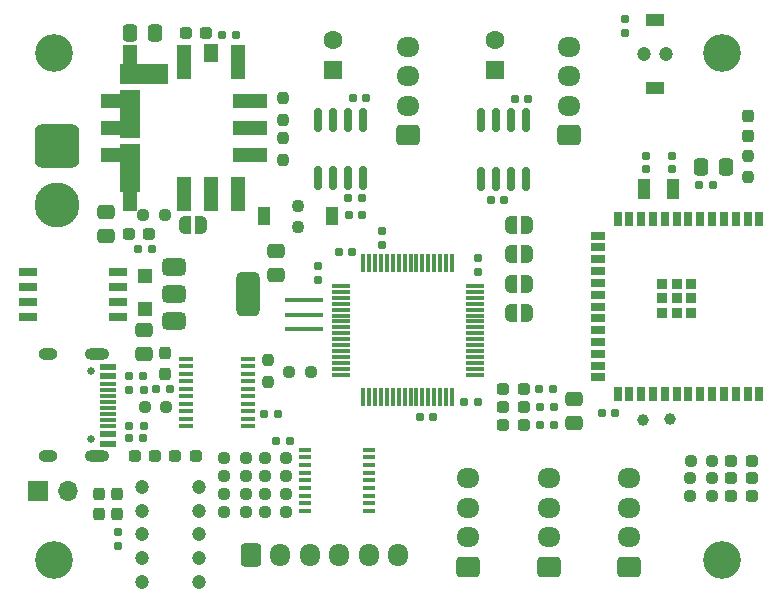
<source format=gbr>
%TF.GenerationSoftware,KiCad,Pcbnew,9.0.0*%
%TF.CreationDate,2025-03-30T21:06:10+09:00*%
%TF.ProjectId,GN10Mainboard,474e3130-4d61-4696-9e62-6f6172642e6b,rev?*%
%TF.SameCoordinates,Original*%
%TF.FileFunction,Soldermask,Top*%
%TF.FilePolarity,Negative*%
%FSLAX46Y46*%
G04 Gerber Fmt 4.6, Leading zero omitted, Abs format (unit mm)*
G04 Created by KiCad (PCBNEW 9.0.0) date 2025-03-30 21:06:10*
%MOMM*%
%LPD*%
G01*
G04 APERTURE LIST*
G04 Aperture macros list*
%AMRoundRect*
0 Rectangle with rounded corners*
0 $1 Rounding radius*
0 $2 $3 $4 $5 $6 $7 $8 $9 X,Y pos of 4 corners*
0 Add a 4 corners polygon primitive as box body*
4,1,4,$2,$3,$4,$5,$6,$7,$8,$9,$2,$3,0*
0 Add four circle primitives for the rounded corners*
1,1,$1+$1,$2,$3*
1,1,$1+$1,$4,$5*
1,1,$1+$1,$6,$7*
1,1,$1+$1,$8,$9*
0 Add four rect primitives between the rounded corners*
20,1,$1+$1,$2,$3,$4,$5,0*
20,1,$1+$1,$4,$5,$6,$7,0*
20,1,$1+$1,$6,$7,$8,$9,0*
20,1,$1+$1,$8,$9,$2,$3,0*%
%AMFreePoly0*
4,1,23,0.500000,-0.750000,0.000000,-0.750000,0.000000,-0.745722,-0.065263,-0.745722,-0.191342,-0.711940,-0.304381,-0.646677,-0.396677,-0.554381,-0.461940,-0.441342,-0.495722,-0.315263,-0.495722,-0.250000,-0.500000,-0.250000,-0.500000,0.250000,-0.495722,0.250000,-0.495722,0.315263,-0.461940,0.441342,-0.396677,0.554381,-0.304381,0.646677,-0.191342,0.711940,-0.065263,0.745722,0.000000,0.745722,
0.000000,0.750000,0.500000,0.750000,0.500000,-0.750000,0.500000,-0.750000,$1*%
%AMFreePoly1*
4,1,23,0.000000,0.745722,0.065263,0.745722,0.191342,0.711940,0.304381,0.646677,0.396677,0.554381,0.461940,0.441342,0.495722,0.315263,0.495722,0.250000,0.500000,0.250000,0.500000,-0.250000,0.495722,-0.250000,0.495722,-0.315263,0.461940,-0.441342,0.396677,-0.554381,0.304381,-0.646677,0.191342,-0.711940,0.065263,-0.745722,0.000000,-0.745722,0.000000,-0.750000,-0.500000,-0.750000,
-0.500000,0.750000,0.000000,0.750000,0.000000,0.745722,0.000000,0.745722,$1*%
G04 Aperture macros list end*
%ADD10RoundRect,0.237500X-0.250000X-0.237500X0.250000X-0.237500X0.250000X0.237500X-0.250000X0.237500X0*%
%ADD11RoundRect,0.237500X-0.287500X-0.237500X0.287500X-0.237500X0.287500X0.237500X-0.287500X0.237500X0*%
%ADD12RoundRect,0.237500X0.250000X0.237500X-0.250000X0.237500X-0.250000X-0.237500X0.250000X-0.237500X0*%
%ADD13RoundRect,0.250000X0.725000X-0.600000X0.725000X0.600000X-0.725000X0.600000X-0.725000X-0.600000X0*%
%ADD14O,1.950000X1.700000*%
%ADD15RoundRect,0.155000X-0.212500X-0.155000X0.212500X-0.155000X0.212500X0.155000X-0.212500X0.155000X0*%
%ADD16C,3.200000*%
%ADD17RoundRect,0.155000X0.212500X0.155000X-0.212500X0.155000X-0.212500X-0.155000X0.212500X-0.155000X0*%
%ADD18R,1.600000X1.600000*%
%ADD19C,1.600000*%
%ADD20C,1.200000*%
%ADD21R,1.600000X1.050000*%
%ADD22RoundRect,0.237500X0.287500X0.237500X-0.287500X0.237500X-0.287500X-0.237500X0.287500X-0.237500X0*%
%ADD23R,0.700000X1.300000*%
%ADD24R,1.300000X0.700000*%
%ADD25R,0.900000X0.900000*%
%ADD26RoundRect,0.150000X0.150000X-0.825000X0.150000X0.825000X-0.150000X0.825000X-0.150000X-0.825000X0*%
%ADD27RoundRect,0.160000X-0.160000X0.197500X-0.160000X-0.197500X0.160000X-0.197500X0.160000X0.197500X0*%
%ADD28RoundRect,0.237500X-0.237500X0.300000X-0.237500X-0.300000X0.237500X-0.300000X0.237500X0.300000X0*%
%ADD29RoundRect,0.237500X0.237500X-0.287500X0.237500X0.287500X-0.237500X0.287500X-0.237500X-0.287500X0*%
%ADD30FreePoly0,0.000000*%
%ADD31FreePoly1,0.000000*%
%ADD32RoundRect,0.250000X0.475000X-0.337500X0.475000X0.337500X-0.475000X0.337500X-0.475000X-0.337500X0*%
%ADD33RoundRect,0.160000X-0.197500X-0.160000X0.197500X-0.160000X0.197500X0.160000X-0.197500X0.160000X0*%
%ADD34R,1.700000X1.700000*%
%ADD35O,1.700000X1.700000*%
%ADD36RoundRect,0.155000X0.155000X-0.212500X0.155000X0.212500X-0.155000X0.212500X-0.155000X-0.212500X0*%
%ADD37RoundRect,0.250000X-0.475000X0.337500X-0.475000X-0.337500X0.475000X-0.337500X0.475000X0.337500X0*%
%ADD38C,0.650000*%
%ADD39R,1.450000X0.600000*%
%ADD40R,1.450000X0.300000*%
%ADD41O,2.100000X1.000000*%
%ADD42O,1.600000X1.000000*%
%ADD43FreePoly0,180.000000*%
%ADD44FreePoly1,180.000000*%
%ADD45R,1.200000X1.200000*%
%ADD46C,1.000000*%
%ADD47C,1.100000*%
%ADD48R,1.050000X1.600000*%
%ADD49RoundRect,0.250000X-0.337500X-0.475000X0.337500X-0.475000X0.337500X0.475000X-0.337500X0.475000X0*%
%ADD50R,1.000000X1.800000*%
%ADD51RoundRect,0.160000X0.160000X-0.197500X0.160000X0.197500X-0.160000X0.197500X-0.160000X-0.197500X0*%
%ADD52RoundRect,0.237500X-0.237500X0.250000X-0.237500X-0.250000X0.237500X-0.250000X0.237500X0.250000X0*%
%ADD53R,3.200000X0.400000*%
%ADD54RoundRect,0.237500X0.237500X-0.300000X0.237500X0.300000X-0.237500X0.300000X-0.237500X-0.300000X0*%
%ADD55RoundRect,0.160000X0.197500X0.160000X-0.197500X0.160000X-0.197500X-0.160000X0.197500X-0.160000X0*%
%ADD56RoundRect,0.375000X-0.625000X-0.375000X0.625000X-0.375000X0.625000X0.375000X-0.625000X0.375000X0*%
%ADD57RoundRect,0.500000X-0.500000X-1.400000X0.500000X-1.400000X0.500000X1.400000X-0.500000X1.400000X0*%
%ADD58R,1.000000X0.400000*%
%ADD59RoundRect,0.760000X-1.140000X1.140000X-1.140000X-1.140000X1.140000X-1.140000X1.140000X1.140000X0*%
%ADD60C,3.800000*%
%ADD61RoundRect,0.237500X0.237500X-0.250000X0.237500X0.250000X-0.237500X0.250000X-0.237500X-0.250000X0*%
%ADD62R,1.200000X3.000000*%
%ADD63R,1.770000X4.070000*%
%ADD64R,3.000000X1.200000*%
%ADD65R,4.070000X1.770000*%
%ADD66R,1.200000X1.500000*%
%ADD67R,1.200000X0.400000*%
%ADD68R,1.600000X0.760000*%
%ADD69RoundRect,0.250000X-0.600000X-0.725000X0.600000X-0.725000X0.600000X0.725000X-0.600000X0.725000X0*%
%ADD70O,1.700000X1.950000*%
%ADD71RoundRect,0.155000X-0.155000X0.212500X-0.155000X-0.212500X0.155000X-0.212500X0.155000X0.212500X0*%
%ADD72RoundRect,0.075000X-0.700000X-0.075000X0.700000X-0.075000X0.700000X0.075000X-0.700000X0.075000X0*%
%ADD73RoundRect,0.075000X-0.075000X-0.700000X0.075000X-0.700000X0.075000X0.700000X-0.075000X0.700000X0*%
G04 APERTURE END LIST*
D10*
%TO.C,R25*%
X141152500Y-133490000D03*
X142977500Y-133490000D03*
%TD*%
D11*
%TO.C,D9*%
X190821600Y-141008400D03*
X192571600Y-141008400D03*
%TD*%
D12*
%TO.C,R13*%
X153137500Y-140856000D03*
X151312500Y-140856000D03*
%TD*%
D13*
%TO.C,J8*%
X182180000Y-147019000D03*
D14*
X182180000Y-144519000D03*
X182180000Y-142019000D03*
X182180000Y-139519000D03*
%TD*%
D15*
%TO.C,C21*%
X139846500Y-136157000D03*
X140981500Y-136157000D03*
%TD*%
D16*
%TO.C,REF\u002A\u002A*%
X133500000Y-103500000D03*
%TD*%
D10*
%TO.C,R1*%
X141025500Y-117234000D03*
X142850500Y-117234000D03*
%TD*%
D17*
%TO.C,C31*%
X171588500Y-115964000D03*
X170453500Y-115964000D03*
%TD*%
D18*
%TO.C,C29*%
X157051000Y-104954380D03*
D19*
X157051000Y-102454380D03*
%TD*%
D15*
%TO.C,C25*%
X151276500Y-134125000D03*
X152411500Y-134125000D03*
%TD*%
D20*
%TO.C,SW3*%
X185245000Y-103645000D03*
X183445000Y-103645000D03*
D21*
X184345000Y-100770000D03*
X184345000Y-106520000D03*
%TD*%
D17*
%TO.C,C30*%
X173620500Y-107455000D03*
X172485500Y-107455000D03*
%TD*%
D22*
%TO.C,D12*%
X142051000Y-137681000D03*
X140301000Y-137681000D03*
%TD*%
%TO.C,D13*%
X145480000Y-137681000D03*
X143730000Y-137681000D03*
%TD*%
D23*
%TO.C,U6*%
X193182000Y-117600000D03*
X192182000Y-117600000D03*
X191182000Y-117600000D03*
X190182000Y-117600000D03*
X189182000Y-117600000D03*
X188182000Y-117600000D03*
X187182000Y-117600000D03*
X186182000Y-117600000D03*
X185182000Y-117600000D03*
X184182000Y-117600000D03*
X183182000Y-117600000D03*
X182182000Y-117600000D03*
X181182000Y-117600000D03*
D24*
X179532000Y-119000000D03*
X179532000Y-120000000D03*
X179532000Y-121000000D03*
X179532000Y-122000000D03*
X179532000Y-123000000D03*
X179532000Y-124000000D03*
X179532000Y-125000000D03*
X179532000Y-126000000D03*
X179532000Y-127000000D03*
X179532000Y-128000000D03*
X179532000Y-129000000D03*
X179532000Y-130000000D03*
X179532000Y-131000000D03*
D23*
X181182000Y-132400000D03*
X182182000Y-132400000D03*
X183182000Y-132400000D03*
X184182000Y-132400000D03*
X185182000Y-132400000D03*
X186182000Y-132400000D03*
X187182000Y-132400000D03*
X188182000Y-132400000D03*
X189182000Y-132400000D03*
X190182000Y-132400000D03*
X191182000Y-132400000D03*
X192182000Y-132400000D03*
X193182000Y-132400000D03*
D25*
X187382000Y-123120000D03*
X186182000Y-123120000D03*
X184982000Y-123120000D03*
X187382000Y-124320000D03*
X186182000Y-124320000D03*
X184982000Y-124320000D03*
X187382000Y-125520000D03*
X186182000Y-125520000D03*
X184982000Y-125520000D03*
%TD*%
D12*
%TO.C,C11*%
X155193000Y-130569000D03*
X153368000Y-130569000D03*
%TD*%
D26*
%TO.C,U8*%
X155781000Y-114121000D03*
X157051000Y-114121000D03*
X158321000Y-114121000D03*
X159591000Y-114121000D03*
X159591000Y-109171000D03*
X158321000Y-109171000D03*
X157051000Y-109171000D03*
X155781000Y-109171000D03*
%TD*%
D11*
%TO.C,D11*%
X190823500Y-139535200D03*
X192573500Y-139535200D03*
%TD*%
D27*
%TO.C,R5*%
X138890000Y-144068500D03*
X138890000Y-145263500D03*
%TD*%
D13*
%TO.C,J5*%
X177100000Y-110510000D03*
D14*
X177100000Y-108010000D03*
X177100000Y-105510000D03*
X177100000Y-103010000D03*
%TD*%
D28*
%TO.C,C22*%
X137239000Y-140882500D03*
X137239000Y-142607500D03*
%TD*%
D29*
%TO.C,D3*%
X138839200Y-142606000D03*
X138839200Y-140856000D03*
%TD*%
D30*
%TO.C,JP4*%
X172199800Y-125590600D03*
D31*
X173499800Y-125590600D03*
%TD*%
D17*
%TO.C,C18*%
X180986500Y-133998000D03*
X179851500Y-133998000D03*
%TD*%
D32*
%TO.C,C4*%
X152225000Y-122335500D03*
X152225000Y-120260500D03*
%TD*%
D33*
%TO.C,R23*%
X139854000Y-132093000D03*
X141049000Y-132093000D03*
%TD*%
D34*
%TO.C,J2*%
X132075000Y-140589000D03*
D35*
X134615000Y-140589000D03*
%TD*%
D17*
%TO.C,C10*%
X165552000Y-134379000D03*
X164417000Y-134379000D03*
%TD*%
D36*
%TO.C,C6*%
X155781000Y-122720400D03*
X155781000Y-121585400D03*
%TD*%
D37*
%TO.C,C3*%
X141099800Y-126966100D03*
X141099800Y-129041100D03*
%TD*%
D11*
%TO.C,D10*%
X190823500Y-138062000D03*
X192573500Y-138062000D03*
%TD*%
D38*
%TO.C,J3*%
X136585000Y-130460000D03*
X136585000Y-136240000D03*
D39*
X138030000Y-130100000D03*
X138030000Y-130900000D03*
D40*
X138030000Y-132100000D03*
X138030000Y-133100000D03*
X138030000Y-133600000D03*
X138030000Y-134600000D03*
D39*
X138030000Y-135800000D03*
X138030000Y-136600000D03*
X138030000Y-136600000D03*
X138030000Y-135800000D03*
D40*
X138030000Y-135100000D03*
X138030000Y-134100000D03*
X138030000Y-132600000D03*
X138030000Y-131600000D03*
D39*
X138030000Y-130900000D03*
X138030000Y-130100000D03*
D41*
X137115000Y-129030000D03*
D42*
X132935000Y-129030000D03*
D41*
X137115000Y-137670000D03*
D42*
X132935000Y-137670000D03*
%TD*%
D36*
%TO.C,C17*%
X183594000Y-113356500D03*
X183594000Y-112221500D03*
%TD*%
D17*
%TO.C,C23*%
X143267500Y-131966000D03*
X142132500Y-131966000D03*
%TD*%
D43*
%TO.C,JP5*%
X173499800Y-123076000D03*
D44*
X172199800Y-123076000D03*
%TD*%
D37*
%TO.C,C1*%
X137874000Y-116958500D03*
X137874000Y-119033500D03*
%TD*%
D17*
%TO.C,C12*%
X153427500Y-136411000D03*
X152292500Y-136411000D03*
%TD*%
D45*
%TO.C,D1*%
X141176000Y-125225000D03*
X141176000Y-122425000D03*
%TD*%
D12*
%TO.C,R11*%
X153137500Y-142380000D03*
X151312500Y-142380000D03*
%TD*%
D18*
%TO.C,C32*%
X170767000Y-104954380D03*
D19*
X170767000Y-102454380D03*
%TD*%
D13*
%TO.C,J4*%
X163401000Y-110510000D03*
D14*
X163401000Y-108010000D03*
X163401000Y-105510000D03*
X163401000Y-103010000D03*
%TD*%
D46*
%TO.C,TP2*%
X183365400Y-134582200D03*
%TD*%
D15*
%TO.C,C20*%
X139846500Y-130899200D03*
X140981500Y-130899200D03*
%TD*%
D12*
%TO.C,R22*%
X189180100Y-139535200D03*
X187355100Y-139535200D03*
%TD*%
D47*
%TO.C,SW1*%
X154130000Y-118261000D03*
X154130000Y-116461000D03*
D48*
X157005000Y-117361000D03*
X151255000Y-117361000D03*
%TD*%
D43*
%TO.C,JP3*%
X173497000Y-120563000D03*
D44*
X172197000Y-120563000D03*
%TD*%
D12*
%TO.C,R12*%
X149708500Y-140856000D03*
X147883500Y-140856000D03*
%TD*%
D36*
%TO.C,C15*%
X185753000Y-113356500D03*
X185753000Y-112221500D03*
%TD*%
D22*
%TO.C,D5*%
X173232000Y-135014000D03*
X171482000Y-135014000D03*
%TD*%
D49*
%TO.C,C2*%
X139906000Y-101867000D03*
X141981000Y-101867000D03*
%TD*%
D15*
%TO.C,C9*%
X168192900Y-133109000D03*
X169327900Y-133109000D03*
%TD*%
D12*
%TO.C,R10*%
X149708500Y-142380000D03*
X147883500Y-142380000D03*
%TD*%
D22*
%TO.C,D7*%
X173232000Y-131966000D03*
X171482000Y-131966000D03*
%TD*%
D17*
%TO.C,C7*%
X158702000Y-120409000D03*
X157567000Y-120409000D03*
%TD*%
D15*
%TO.C,C28*%
X158388500Y-115837000D03*
X159523500Y-115837000D03*
%TD*%
D43*
%TO.C,JP1*%
X145890000Y-118123000D03*
D44*
X144590000Y-118123000D03*
%TD*%
D26*
%TO.C,U9*%
X169624000Y-114183000D03*
X170894000Y-114183000D03*
X172164000Y-114183000D03*
X173434000Y-114183000D03*
X173434000Y-109233000D03*
X172164000Y-109233000D03*
X170894000Y-109233000D03*
X169624000Y-109233000D03*
%TD*%
D20*
%TO.C,U5*%
X140895000Y-140285000D03*
X140895000Y-142285000D03*
X140895000Y-144285000D03*
X140895000Y-146285000D03*
X140895000Y-148285000D03*
X145775000Y-148285000D03*
X145775000Y-146285000D03*
X145775000Y-144285000D03*
X145775000Y-142285000D03*
X145775000Y-140285000D03*
%TD*%
D29*
%TO.C,D8*%
X192230000Y-110578500D03*
X192230000Y-108828500D03*
%TD*%
D12*
%TO.C,R17*%
X153137500Y-137808000D03*
X151312500Y-137808000D03*
%TD*%
D15*
%TO.C,C5*%
X158448000Y-117234000D03*
X159583000Y-117234000D03*
%TD*%
D33*
%TO.C,R9*%
X174629000Y-133490000D03*
X175824000Y-133490000D03*
%TD*%
D16*
%TO.C,REF\u002A\u002A*%
X190000000Y-146500000D03*
%TD*%
D12*
%TO.C,R14*%
X149708500Y-139332000D03*
X147883500Y-139332000D03*
%TD*%
D50*
%TO.C,Y2*%
X185908000Y-115075000D03*
X183408000Y-115075000D03*
%TD*%
D51*
%TO.C,R7*%
X161242000Y-119774000D03*
X161242000Y-118579000D03*
%TD*%
D12*
%TO.C,R16*%
X149708500Y-137808000D03*
X147883500Y-137808000D03*
%TD*%
%TO.C,R20*%
X189180100Y-141008400D03*
X187355100Y-141008400D03*
%TD*%
D33*
%TO.C,R8*%
X174577000Y-135014000D03*
X175772000Y-135014000D03*
%TD*%
D52*
%TO.C,R2*%
X152860000Y-107351500D03*
X152860000Y-109176500D03*
%TD*%
D53*
%TO.C,Y1*%
X154638000Y-124486000D03*
X154638000Y-125686000D03*
X154638000Y-126886000D03*
%TD*%
D54*
%TO.C,C26*%
X142827000Y-130696000D03*
X142827000Y-128971000D03*
%TD*%
D12*
%TO.C,R15*%
X153137500Y-139332000D03*
X151312500Y-139332000D03*
%TD*%
D33*
%TO.C,R6*%
X147690500Y-101994000D03*
X148885500Y-101994000D03*
%TD*%
D30*
%TO.C,JP2*%
X172197000Y-118063000D03*
D31*
X173497000Y-118063000D03*
%TD*%
D55*
%TO.C,R4*%
X141773500Y-120155000D03*
X140578500Y-120155000D03*
%TD*%
D46*
%TO.C,TP1*%
X185626000Y-134531400D03*
%TD*%
D36*
%TO.C,C8*%
X169370000Y-122060000D03*
X169370000Y-120925000D03*
%TD*%
D56*
%TO.C,U2*%
X143614000Y-121665000D03*
X143614000Y-123965000D03*
D57*
X149914000Y-123965000D03*
D56*
X143614000Y-126265000D03*
%TD*%
D52*
%TO.C,R3*%
X152860000Y-110733500D03*
X152860000Y-112558500D03*
%TD*%
D58*
%TO.C,U4*%
X160132000Y-142313000D03*
X160132000Y-141663000D03*
X160132000Y-141013000D03*
X160132000Y-140363000D03*
X160132000Y-139713000D03*
X160132000Y-139063000D03*
X160132000Y-138413000D03*
X160132000Y-137763000D03*
X160132000Y-137113000D03*
X154732000Y-137113000D03*
X154732000Y-137763000D03*
X154732000Y-138413000D03*
X154732000Y-139063000D03*
X154732000Y-139713000D03*
X154732000Y-140363000D03*
X154732000Y-141013000D03*
X154732000Y-141663000D03*
X154732000Y-142313000D03*
%TD*%
D59*
%TO.C,J1*%
X133683000Y-111432000D03*
D60*
X133683000Y-116432000D03*
%TD*%
D22*
%TO.C,D4*%
X146369000Y-101867000D03*
X144619000Y-101867000D03*
%TD*%
%TO.C,D2*%
X141543000Y-118885000D03*
X139793000Y-118885000D03*
%TD*%
D52*
%TO.C,R19*%
X192230000Y-112234000D03*
X192230000Y-114059000D03*
%TD*%
D22*
%TO.C,D6*%
X173218000Y-133490000D03*
X171468000Y-133490000D03*
%TD*%
D61*
%TO.C,R26*%
X151590000Y-131378000D03*
X151590000Y-129553000D03*
%TD*%
D16*
%TO.C,REF\u002A\u002A*%
X190000000Y-103500000D03*
%TD*%
%TO.C,REF\u002A\u002A*%
X133500000Y-146500000D03*
%TD*%
D15*
%TO.C,C14*%
X188106500Y-114694000D03*
X189241500Y-114694000D03*
%TD*%
D13*
%TO.C,J6*%
X168481000Y-147039000D03*
D14*
X168481000Y-144539000D03*
X168481000Y-142039000D03*
X168481000Y-139539000D03*
%TD*%
D13*
%TO.C,J7*%
X175339000Y-147039000D03*
D14*
X175339000Y-144539000D03*
X175339000Y-142039000D03*
X175339000Y-139539000D03*
%TD*%
D62*
%TO.C,U1*%
X144478000Y-115468000D03*
X139898000Y-115468000D03*
D63*
X139893000Y-113303000D03*
D64*
X138878000Y-112158000D03*
X138878000Y-109868000D03*
D63*
X139893000Y-108723000D03*
D64*
X138878000Y-107578000D03*
D65*
X141043000Y-105283000D03*
D62*
X139898000Y-104268000D03*
X144478000Y-104268000D03*
X149058000Y-104268000D03*
D64*
X150078000Y-109868000D03*
X150078000Y-112158000D03*
D62*
X149058000Y-115468000D03*
X146768000Y-115468000D03*
D66*
X146768000Y-103518000D03*
D64*
X150078000Y-107578000D03*
%TD*%
D49*
%TO.C,C13*%
X188271500Y-113170000D03*
X190346500Y-113170000D03*
%TD*%
D37*
%TO.C,C19*%
X177498000Y-132812000D03*
X177498000Y-134887000D03*
%TD*%
D67*
%TO.C,U7*%
X149872000Y-135141000D03*
X149872000Y-134506000D03*
X149872000Y-133871000D03*
X149872000Y-133236000D03*
X149872000Y-132601000D03*
X149872000Y-131966000D03*
X149872000Y-131331000D03*
X149872000Y-130696000D03*
X149872000Y-130061000D03*
X149872000Y-129426000D03*
X144672000Y-129426000D03*
X144672000Y-130061000D03*
X144672000Y-130696000D03*
X144672000Y-131331000D03*
X144672000Y-131966000D03*
X144672000Y-132601000D03*
X144672000Y-133236000D03*
X144672000Y-133871000D03*
X144672000Y-134506000D03*
X144672000Y-135141000D03*
%TD*%
D68*
%TO.C,SW2*%
X131270000Y-122060000D03*
X131270000Y-123330000D03*
X131270000Y-124600000D03*
X131270000Y-125870000D03*
X138890000Y-125870000D03*
X138890000Y-124600000D03*
X138890000Y-123330000D03*
X138890000Y-122060000D03*
%TD*%
D12*
%TO.C,R21*%
X189182000Y-138062000D03*
X187357000Y-138062000D03*
%TD*%
D33*
%TO.C,R24*%
X139854000Y-135141000D03*
X141049000Y-135141000D03*
%TD*%
D69*
%TO.C,J9*%
X150106000Y-146063000D03*
D70*
X152606000Y-146063000D03*
X155106000Y-146063000D03*
X157606000Y-146063000D03*
X160106000Y-146063000D03*
X162606000Y-146063000D03*
%TD*%
D71*
%TO.C,C16*%
X181816000Y-100664500D03*
X181816000Y-101799500D03*
%TD*%
D72*
%TO.C,U3*%
X157726000Y-123263000D03*
X157726000Y-123763000D03*
X157726000Y-124263000D03*
X157726000Y-124763000D03*
X157726000Y-125263000D03*
X157726000Y-125763000D03*
X157726000Y-126263000D03*
X157726000Y-126763000D03*
X157726000Y-127263000D03*
X157726000Y-127763000D03*
X157726000Y-128263000D03*
X157726000Y-128763000D03*
X157726000Y-129263000D03*
X157726000Y-129763000D03*
X157726000Y-130263000D03*
X157726000Y-130763000D03*
D73*
X159651000Y-132688000D03*
X160151000Y-132688000D03*
X160651000Y-132688000D03*
X161151000Y-132688000D03*
X161651000Y-132688000D03*
X162151000Y-132688000D03*
X162651000Y-132688000D03*
X163151000Y-132688000D03*
X163651000Y-132688000D03*
X164151000Y-132688000D03*
X164651000Y-132688000D03*
X165151000Y-132688000D03*
X165651000Y-132688000D03*
X166151000Y-132688000D03*
X166651000Y-132688000D03*
X167151000Y-132688000D03*
D72*
X169076000Y-130763000D03*
X169076000Y-130263000D03*
X169076000Y-129763000D03*
X169076000Y-129263000D03*
X169076000Y-128763000D03*
X169076000Y-128263000D03*
X169076000Y-127763000D03*
X169076000Y-127263000D03*
X169076000Y-126763000D03*
X169076000Y-126263000D03*
X169076000Y-125763000D03*
X169076000Y-125263000D03*
X169076000Y-124763000D03*
X169076000Y-124263000D03*
X169076000Y-123763000D03*
X169076000Y-123263000D03*
D73*
X167151000Y-121338000D03*
X166651000Y-121338000D03*
X166151000Y-121338000D03*
X165651000Y-121338000D03*
X165151000Y-121338000D03*
X164651000Y-121338000D03*
X164151000Y-121338000D03*
X163651000Y-121338000D03*
X163151000Y-121338000D03*
X162651000Y-121338000D03*
X162151000Y-121338000D03*
X161651000Y-121338000D03*
X161151000Y-121338000D03*
X160651000Y-121338000D03*
X160151000Y-121338000D03*
X159651000Y-121338000D03*
%TD*%
D17*
%TO.C,C27*%
X159904500Y-107378800D03*
X158769500Y-107378800D03*
%TD*%
D33*
%TO.C,R18*%
X174539500Y-131966000D03*
X175734500Y-131966000D03*
%TD*%
M02*

</source>
